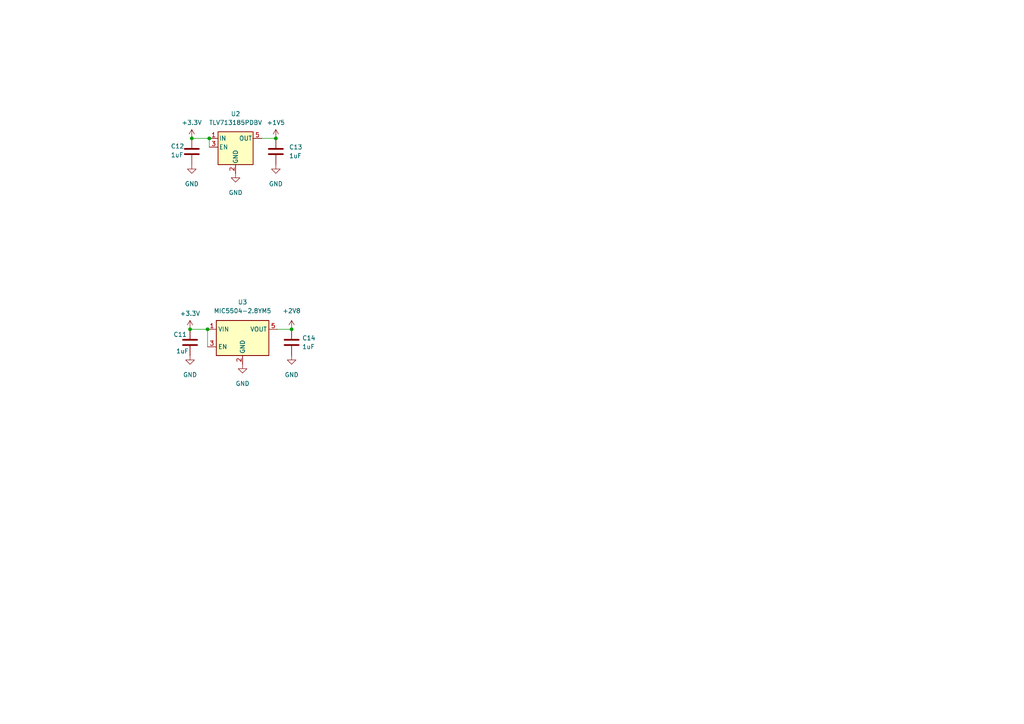
<source format=kicad_sch>
(kicad_sch (version 20211123) (generator eeschema)
  (paper "A4")
  (lib_symbols
    (symbol "Device:C" (pin_numbers hide) (pin_names (offset 0.254))
      (property "Reference" "C" (at 0.635 2.54 0))
      (property "Value" "C" (at 0.635 -2.54 0))
      (symbol "C_0_1"
        (polyline (pts (xy -2.032 -0.762) (xy 2.032 -0.762)) (stroke (width 0.508)))
        (polyline (pts (xy -2.032 0.762) (xy 2.032 0.762)) (stroke (width 0.508)))
      )
      (symbol "C_1_1"
        (pin passive line (at 0 3.81 270) (length 2.794) (name "~") (number "1"))
        (pin passive line (at 0 -3.81 90) (length 2.794) (name "~") (number "2"))
      )
    )
    (symbol "Regulator_Linear:MIC5504-2.8YM5"
      (property "Reference" "U" (at -7.62 8.89 0))
      (property "Value" "MIC5504-2.8YM5" (at -7.62 6.35 0))
      (symbol "MIC5504-2.8YM5_0_1"
        (rectangle (start -7.62 -5.08) (end 7.62 5.08) (stroke (width 0.254)) (fill (type background)))
      )
      (symbol "MIC5504-2.8YM5_1_1"
        (pin power_in line (at -10.16 2.54 0) (length 2.54) (name "VIN") (number "1"))
        (pin power_in line (at 0 -7.62 90) (length 2.54) (name "GND") (number "2"))
        (pin input line (at -10.16 -2.54 0) (length 2.54) (name "EN") (number "3"))
        (pin no_connect line (at 7.62 -2.54 180) (length 2.54) hide (name "NC") (number "4"))
        (pin power_out line (at 10.16 2.54 180) (length 2.54) (name "VOUT") (number "5"))
      )
    )
    (symbol "Regulator_Linear:TLV713185PDBV" (pin_names (offset 0.254))
      (property "Reference" "U" (at -3.81 5.715 0))
      (property "Value" "TLV713185PDBV" (at 0 5.715 0))
      (symbol "TLV713185PDBV_0_1"
        (rectangle (start -5.08 4.445) (end 5.08 -5.08) (stroke (width 0.254)) (fill (type background)))
      )
      (symbol "TLV713185PDBV_1_1"
        (pin power_in line (at -7.62 2.54 0) (length 2.54) (name "IN") (number "1"))
        (pin power_in line (at 0 -7.62 90) (length 2.54) (name "GND") (number "2"))
        (pin input line (at -7.62 0 0) (length 2.54) (name "EN") (number "3"))
        (pin no_connect line (at 5.08 0 180) (length 2.54) hide (name "NC") (number "4"))
        (pin power_out line (at 7.62 2.54 180) (length 2.54) (name "OUT") (number "5"))
      )
    )
    (symbol "power:+1V5" (power) (pin_names (offset 0))
      (property "Value" "+1V5" (at 0 3.556 0))
      (symbol "+1V5_0_1"
        (polyline (pts (xy -0.762 1.27) (xy 0 2.54)))
        (polyline (pts (xy 0 0) (xy 0 2.54)))
        (polyline (pts (xy 0 2.54) (xy 0.762 1.27)))
      )
      (symbol "+1V5_1_1"
        (pin power_in line (at 0 0 90) (length 0) hide (name "+1V5") (number "1"))
      )
    )
    (symbol "power:+2V8" (power) (pin_names (offset 0))
      (property "Value" "+2V8" (at 0 3.556 0))
      (symbol "+2V8_0_1"
        (polyline (pts (xy -0.762 1.27) (xy 0 2.54)))
        (polyline (pts (xy 0 0) (xy 0 2.54)))
        (polyline (pts (xy 0 2.54) (xy 0.762 1.27)))
      )
      (symbol "+2V8_1_1"
        (pin power_in line (at 0 0 90) (length 0) hide (name "+2V8") (number "1"))
      )
    )
    (symbol "power:+3.3V" (power) (pin_names (offset 0))
      (property "Value" "+3.3V" (at 0 3.556 0))
      (symbol "+3.3V_0_1"
        (polyline (pts (xy -0.762 1.27) (xy 0 2.54)))
        (polyline (pts (xy 0 0) (xy 0 2.54)))
        (polyline (pts (xy 0 2.54) (xy 0.762 1.27)))
      )
      (symbol "+3.3V_1_1"
        (pin power_in line (at 0 0 90) (length 0) hide (name "+3.3V") (number "1"))
      )
    )
    (symbol "power:GND" (power) (pin_names (offset 0))
      (property "Value" "GND" (at 0 -3.81 0))
      (symbol "GND_0_1"
        (polyline (pts (xy 0 0) (xy 0 -1.27) (xy 1.27 -1.27) (xy 0 -2.54) (xy -1.27 -1.27) (xy 0 -1.27)))
      )
      (symbol "GND_1_1"
        (pin power_in line (at 0 0 270) (length 0) hide (name "GND") (number "1"))
      )
    )
  )
  (junction (at 55.626 40.132))
  (junction (at 80.01 40.132))
  (junction (at 55.118 95.504))
  (junction (at 60.706 40.132))
  (junction (at 84.582 95.504))
  (junction (at 60.198 95.504))
  (wire (pts (xy 60.198 95.504) (xy 60.198 100.584)))
  (wire (pts (xy 55.626 40.132) (xy 60.706 40.132)))
  (wire (pts (xy 75.946 40.132) (xy 80.01 40.132)))
  (wire (pts (xy 60.706 40.132) (xy 60.706 42.672)))
  (wire (pts (xy 55.118 95.504) (xy 60.198 95.504)))
  (wire (pts (xy 80.518 95.504) (xy 84.582 95.504)))
  (symbol (lib_id "power:+1V5") (at 80.01 40.132 0) (unit 1)
    (property "Reference" "#PWR0143" (effects hide))
    (property "Value" "+1V5" (at 80.01 35.56 0))
  )
  (symbol (lib_id "Regulator_Linear:MIC5504-2.8YM5") (at 70.358 98.044 0) (unit 1)
    (property "Reference" "U3" (at 70.358 87.63 0))
    (property "Value" "MIC5504-2.8YM5" (at 70.358 90.17 0))
    (property "Footprint" "Package_TO_SOT_SMD:SOT-23-5" (effects hide))
    (property "Datasheet" "http://ww1.microchip.com/downloads/en/DeviceDoc/MIC550X.pdf" (effects hide))
  )
  (symbol (lib_id "Device:C") (at 84.582 99.314 0) (unit 1)
    (property "Reference" "C14" (at 87.63 98.0439 0) (effects (justify left)))
    (property "Value" "1uF" (at 87.63 100.5839 0) (effects (justify left)))
    (property "Footprint" "Capacitor_SMD:C_0402_1005Metric" (effects hide))
  )
  (symbol (lib_id "Regulator_Linear:TLV713185PDBV") (at 68.326 42.672 0) (unit 1)
    (property "Reference" "U2" (at 68.326 33.02 0))
    (property "Value" "TLV713185PDBV" (at 68.326 35.56 0))
    (property "Footprint" "Package_TO_SOT_SMD:SOT-23-5" (effects hide))
    (property "Datasheet" "http://www.ti.com/lit/ds/symlink/tlv713p.pdf" (effects hide))
  )
  (symbol (lib_id "Device:C") (at 80.01 43.942 0) (unit 1)
    (property "Reference" "C13" (at 83.82 42.6719 0) (effects (justify left)))
    (property "Value" "1uF" (at 83.82 45.2119 0) (effects (justify left)))
    (property "Footprint" "Capacitor_SMD:C_0402_1005Metric" (effects hide))
  )
  (symbol (lib_id "power:+3.3V") (at 55.118 95.504 0) (unit 1)
    (property "Reference" "#PWR0140" (effects hide))
    (property "Value" "+3.3V" (at 55.118 90.932 0))
  )
  (symbol (lib_id "power:GND") (at 68.326 50.292 0) (unit 1)
    (property "Reference" "#PWR0141" (effects hide))
    (property "Value" "GND" (at 68.326 55.88 0))
  )
  (symbol (lib_id "power:GND") (at 70.358 105.664 0) (unit 1)
    (property "Reference" "#PWR0146" (effects hide))
    (property "Value" "GND" (at 70.358 111.252 0))
  )
  (symbol (lib_id "Device:C") (at 55.626 43.942 0) (unit 1)
    (property "Reference" "C12" (at 49.53 42.418 0) (effects (justify left)))
    (property "Value" "1uF" (at 49.53 44.958 0) (effects (justify left)))
    (property "Footprint" "Capacitor_SMD:C_0402_1005Metric" (effects hide))
  )
  (symbol (lib_id "power:+2V8") (at 84.582 95.504 0) (unit 1)
    (property "Reference" "#PWR0139" (effects hide))
    (property "Value" "+2V8" (at 84.582 90.17 0))
  )
  (symbol (lib_id "power:+3.3V") (at 55.626 40.132 0) (unit 1)
    (property "Reference" "#PWR0137" (effects hide))
    (property "Value" "+3.3V" (at 55.626 35.56 0))
  )
  (symbol (lib_id "power:GND") (at 55.626 47.752 0) (unit 1)
    (property "Reference" "#PWR0142" (effects hide))
    (property "Value" "GND" (at 55.626 53.34 0))
  )
  (symbol (lib_id "power:GND") (at 80.01 47.752 0) (unit 1)
    (property "Reference" "#PWR0144" (effects hide))
    (property "Value" "GND" (at 80.01 53.34 0))
  )
  (symbol (lib_id "power:GND") (at 55.118 103.124 0) (unit 1)
    (property "Reference" "#PWR0145" (effects hide))
    (property "Value" "GND" (at 55.118 108.712 0))
  )
  (symbol (lib_id "power:GND") (at 84.582 103.124 0) (unit 1)
    (property "Reference" "#PWR0138" (effects hide))
    (property "Value" "GND" (at 84.582 108.712 0))
  )
  (symbol (lib_id "Device:C") (at 55.118 99.314 0) (unit 1)
    (property "Reference" "C11" (at 50.292 97.028 0) (effects (justify left)))
    (property "Value" "1uF" (at 51.054 101.854 0) (effects (justify left)))
    (property "Footprint" "Capacitor_SMD:C_0402_1005Metric" (effects hide))
  )
)
</source>
